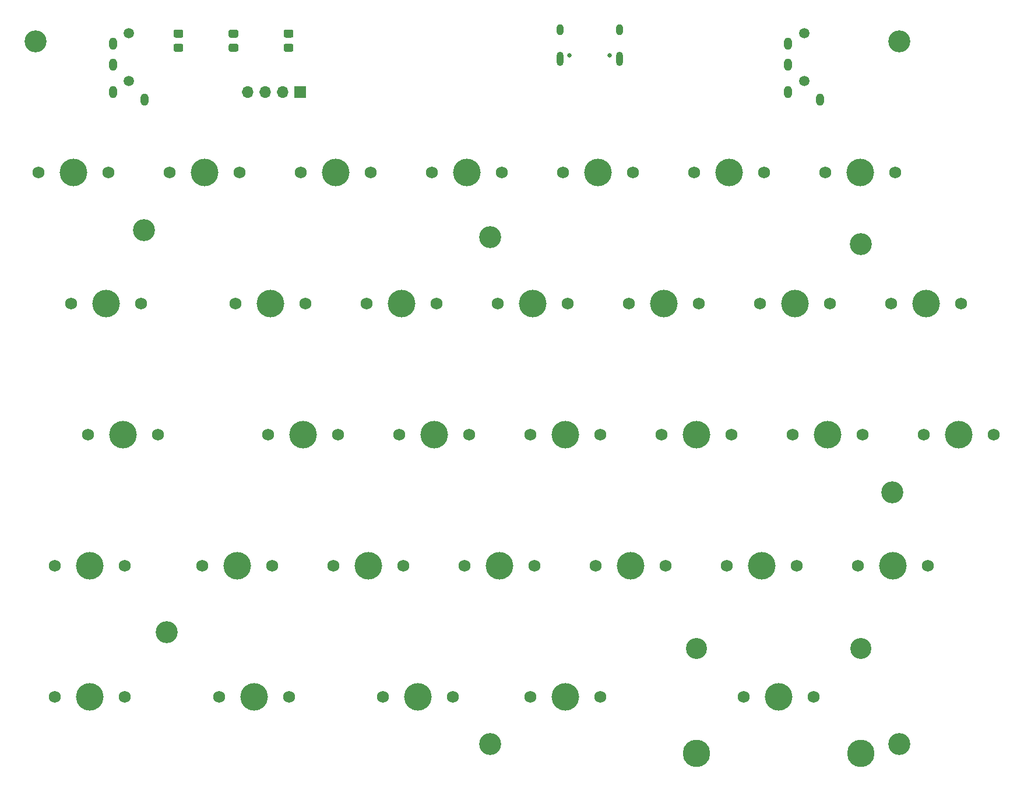
<source format=gbr>
%TF.GenerationSoftware,KiCad,Pcbnew,5.1.10*%
%TF.CreationDate,2021-08-04T23:16:11+02:00*%
%TF.ProjectId,keyboard,6b657962-6f61-4726-942e-6b696361645f,rev?*%
%TF.SameCoordinates,Original*%
%TF.FileFunction,Soldermask,Top*%
%TF.FilePolarity,Negative*%
%FSLAX46Y46*%
G04 Gerber Fmt 4.6, Leading zero omitted, Abs format (unit mm)*
G04 Created by KiCad (PCBNEW 5.1.10) date 2021-08-04 23:16:11*
%MOMM*%
%LPD*%
G01*
G04 APERTURE LIST*
%ADD10C,3.200000*%
%ADD11O,1.200000X1.800000*%
%ADD12C,1.500000*%
%ADD13O,1.700000X1.700000*%
%ADD14R,1.700000X1.700000*%
%ADD15O,1.000000X2.100000*%
%ADD16C,0.650000*%
%ADD17O,1.000000X1.600000*%
%ADD18C,1.750000*%
%ADD19C,4.000000*%
%ADD20C,3.048000*%
%ADD21C,3.987800*%
G04 APERTURE END LIST*
D10*
%TO.C,REF\u002A\u002A*%
X89566800Y-76043000D03*
%TD*%
%TO.C,REF\u002A\u002A*%
X139858800Y-77059000D03*
%TD*%
%TO.C,REF\u002A\u002A*%
X193706800Y-78075000D03*
%TD*%
%TO.C,REF\u002A\u002A*%
X92868800Y-134463000D03*
%TD*%
%TO.C,REF\u002A\u002A*%
X198278800Y-114143000D03*
%TD*%
%TO.C,REF\u002A\u002A*%
X139858800Y-150719000D03*
%TD*%
%TO.C,REF\u002A\u002A*%
X199294800Y-150719000D03*
%TD*%
%TO.C,REF\u002A\u002A*%
X199294800Y-48611000D03*
%TD*%
%TO.C,REF\u002A\u002A*%
X73818800Y-48611000D03*
%TD*%
%TO.C,LD3*%
G36*
G01*
X111042601Y-48089600D02*
X110142599Y-48089600D01*
G75*
G02*
X109892600Y-47839601I0J249999D01*
G01*
X109892600Y-47189599D01*
G75*
G02*
X110142599Y-46939600I249999J0D01*
G01*
X111042601Y-46939600D01*
G75*
G02*
X111292600Y-47189599I0J-249999D01*
G01*
X111292600Y-47839601D01*
G75*
G02*
X111042601Y-48089600I-249999J0D01*
G01*
G37*
G36*
G01*
X111042601Y-50139600D02*
X110142599Y-50139600D01*
G75*
G02*
X109892600Y-49889601I0J249999D01*
G01*
X109892600Y-49239599D01*
G75*
G02*
X110142599Y-48989600I249999J0D01*
G01*
X111042601Y-48989600D01*
G75*
G02*
X111292600Y-49239599I0J-249999D01*
G01*
X111292600Y-49889601D01*
G75*
G02*
X111042601Y-50139600I-249999J0D01*
G01*
G37*
%TD*%
%TO.C,LD2*%
G36*
G01*
X103042601Y-48089600D02*
X102142599Y-48089600D01*
G75*
G02*
X101892600Y-47839601I0J249999D01*
G01*
X101892600Y-47189599D01*
G75*
G02*
X102142599Y-46939600I249999J0D01*
G01*
X103042601Y-46939600D01*
G75*
G02*
X103292600Y-47189599I0J-249999D01*
G01*
X103292600Y-47839601D01*
G75*
G02*
X103042601Y-48089600I-249999J0D01*
G01*
G37*
G36*
G01*
X103042601Y-50139600D02*
X102142599Y-50139600D01*
G75*
G02*
X101892600Y-49889601I0J249999D01*
G01*
X101892600Y-49239599D01*
G75*
G02*
X102142599Y-48989600I249999J0D01*
G01*
X103042601Y-48989600D01*
G75*
G02*
X103292600Y-49239599I0J-249999D01*
G01*
X103292600Y-49889601D01*
G75*
G02*
X103042601Y-50139600I-249999J0D01*
G01*
G37*
%TD*%
%TO.C,LD1*%
G36*
G01*
X95042601Y-50139600D02*
X94142599Y-50139600D01*
G75*
G02*
X93892600Y-49889601I0J249999D01*
G01*
X93892600Y-49239599D01*
G75*
G02*
X94142599Y-48989600I249999J0D01*
G01*
X95042601Y-48989600D01*
G75*
G02*
X95292600Y-49239599I0J-249999D01*
G01*
X95292600Y-49889601D01*
G75*
G02*
X95042601Y-50139600I-249999J0D01*
G01*
G37*
G36*
G01*
X95042601Y-48089600D02*
X94142599Y-48089600D01*
G75*
G02*
X93892600Y-47839601I0J249999D01*
G01*
X93892600Y-47189599D01*
G75*
G02*
X94142599Y-46939600I249999J0D01*
G01*
X95042601Y-46939600D01*
G75*
G02*
X95292600Y-47189599I0J-249999D01*
G01*
X95292600Y-47839601D01*
G75*
G02*
X95042601Y-48089600I-249999J0D01*
G01*
G37*
%TD*%
D11*
%TO.C,J4*%
X183177200Y-49017000D03*
X183177200Y-52017000D03*
X183177200Y-56017000D03*
X187777200Y-57117000D03*
D12*
X185477200Y-47417000D03*
X185477200Y-54417000D03*
%TD*%
%TO.C,J3*%
X87407800Y-54417000D03*
X87407800Y-47417000D03*
D11*
X89707800Y-57117000D03*
X85107800Y-56017000D03*
X85107800Y-52017000D03*
X85107800Y-49017000D03*
%TD*%
D13*
%TO.C,J2*%
X104648000Y-56007000D03*
X107188000Y-56007000D03*
X109728000Y-56007000D03*
D14*
X112268000Y-56007000D03*
%TD*%
D15*
%TO.C,J1*%
X158639001Y-51163999D03*
X149999001Y-51163999D03*
D16*
X151429001Y-50633999D03*
D17*
X149999001Y-46983999D03*
D16*
X157209001Y-50633999D03*
D17*
X158639001Y-46983999D03*
%TD*%
D18*
%TO.C,SW9*%
X113011000Y-86722000D03*
X102851000Y-86722000D03*
D19*
X107931000Y-86722000D03*
%TD*%
D18*
%TO.C,SW8*%
X89198500Y-86722000D03*
X79038500Y-86722000D03*
D19*
X84118500Y-86722000D03*
%TD*%
D18*
%TO.C,SW7*%
X198736000Y-67672000D03*
X188576000Y-67672000D03*
D19*
X193656000Y-67672000D03*
%TD*%
D18*
%TO.C,SW6*%
X179686000Y-67672000D03*
X169526000Y-67672000D03*
D19*
X174606000Y-67672000D03*
%TD*%
D18*
%TO.C,SW5*%
X160636000Y-67672000D03*
X150476000Y-67672000D03*
D19*
X155556000Y-67672000D03*
%TD*%
D18*
%TO.C,SW4*%
X141586000Y-67672000D03*
X131426000Y-67672000D03*
D19*
X136506000Y-67672000D03*
%TD*%
D18*
%TO.C,SW33*%
X186829750Y-143872000D03*
X176669750Y-143872000D03*
D19*
X181749750Y-143872000D03*
%TD*%
D18*
%TO.C,SW32*%
X155873500Y-143872000D03*
X145713500Y-143872000D03*
D19*
X150793500Y-143872000D03*
%TD*%
D18*
%TO.C,SW31*%
X134442250Y-143872000D03*
X124282250Y-143872000D03*
D19*
X129362250Y-143872000D03*
%TD*%
D18*
%TO.C,SW30*%
X110629750Y-143872000D03*
X100469750Y-143872000D03*
D19*
X105549750Y-143872000D03*
%TD*%
D18*
%TO.C,SW3*%
X122536000Y-67672000D03*
X112376000Y-67672000D03*
D19*
X117456000Y-67672000D03*
%TD*%
D18*
%TO.C,SW29*%
X86817250Y-143872000D03*
X76657250Y-143872000D03*
D19*
X81737250Y-143872000D03*
%TD*%
D18*
%TO.C,SW28*%
X203498500Y-124822000D03*
X193338500Y-124822000D03*
D19*
X198418500Y-124822000D03*
%TD*%
D18*
%TO.C,SW27*%
X184448500Y-124822000D03*
X174288500Y-124822000D03*
D19*
X179368500Y-124822000D03*
%TD*%
D18*
%TO.C,SW26*%
X165398500Y-124822000D03*
X155238500Y-124822000D03*
D19*
X160318500Y-124822000D03*
%TD*%
D18*
%TO.C,SW25*%
X146348500Y-124822000D03*
X136188500Y-124822000D03*
D19*
X141268500Y-124822000D03*
%TD*%
D18*
%TO.C,SW24*%
X127298500Y-124822000D03*
X117138500Y-124822000D03*
D19*
X122218500Y-124822000D03*
%TD*%
D18*
%TO.C,SW23*%
X108248500Y-124822000D03*
X98088500Y-124822000D03*
D19*
X103168500Y-124822000D03*
%TD*%
D18*
%TO.C,SW22*%
X86817250Y-124822000D03*
X76657250Y-124822000D03*
D19*
X81737250Y-124822000D03*
%TD*%
D18*
%TO.C,SW21*%
X213023500Y-105772000D03*
X202863500Y-105772000D03*
D19*
X207943500Y-105772000D03*
%TD*%
D18*
%TO.C,SW20*%
X193973500Y-105772000D03*
X183813500Y-105772000D03*
D19*
X188893500Y-105772000D03*
%TD*%
D18*
%TO.C,SW2*%
X103486000Y-67672000D03*
X93326000Y-67672000D03*
D19*
X98406000Y-67672000D03*
%TD*%
D18*
%TO.C,SW19*%
X174923500Y-105772000D03*
X164763500Y-105772000D03*
D19*
X169843500Y-105772000D03*
%TD*%
D18*
%TO.C,SW18*%
X155873500Y-105772000D03*
X145713500Y-105772000D03*
D19*
X150793500Y-105772000D03*
%TD*%
D18*
%TO.C,SW17*%
X136823500Y-105772000D03*
X126663500Y-105772000D03*
D19*
X131743500Y-105772000D03*
%TD*%
D18*
%TO.C,SW16*%
X117773500Y-105772000D03*
X107613500Y-105772000D03*
D19*
X112693500Y-105772000D03*
%TD*%
D18*
%TO.C,SW15*%
X91579750Y-105772000D03*
X81419750Y-105772000D03*
D19*
X86499750Y-105772000D03*
%TD*%
D18*
%TO.C,SW14*%
X208261000Y-86722000D03*
X198101000Y-86722000D03*
D19*
X203181000Y-86722000D03*
%TD*%
D18*
%TO.C,SW13*%
X189211000Y-86722000D03*
X179051000Y-86722000D03*
D19*
X184131000Y-86722000D03*
%TD*%
D18*
%TO.C,SW12*%
X170161000Y-86722000D03*
X160001000Y-86722000D03*
D19*
X165081000Y-86722000D03*
%TD*%
D18*
%TO.C,SW11*%
X151111000Y-86722000D03*
X140951000Y-86722000D03*
D19*
X146031000Y-86722000D03*
%TD*%
D18*
%TO.C,SW10*%
X132061000Y-86722000D03*
X121901000Y-86722000D03*
D19*
X126981000Y-86722000D03*
%TD*%
D18*
%TO.C,SW1*%
X84436000Y-67672000D03*
X74276000Y-67672000D03*
D19*
X79356000Y-67672000D03*
%TD*%
D20*
%TO.C,ST33*%
X193687750Y-136887000D03*
X169811750Y-136887000D03*
D21*
X193687750Y-152127000D03*
X169811750Y-152127000D03*
%TD*%
M02*

</source>
